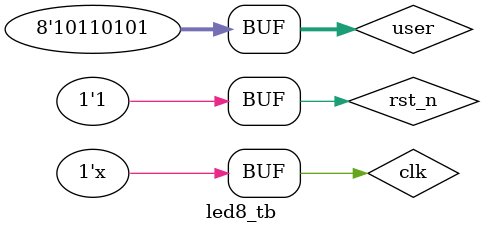
<source format=v>
`timescale 1ns / 1ps
module led8_tb;

	// Inputs
	reg clk;
	reg rst_n;
	reg [7:0] user;

	// Outputs
	wire  led;

	// Instantiate the Unit Under Test (UUT)
	led8 uut (
		.clk(clk), 
		.rst_n(rst_n), 
		.user(user), 
		.led(led)
	);
always #10 clk = ~clk;
	initial begin
		// Initialize Inputs
		clk = 0;
		rst_n = 0;
		user = 0;

		// Wait 100 ns for global reset to finish
		#100;
      rst_n = 1; 
		
		user = 8'b1011_0101;
		// Add stimulus here

	end
 
endmodule

</source>
